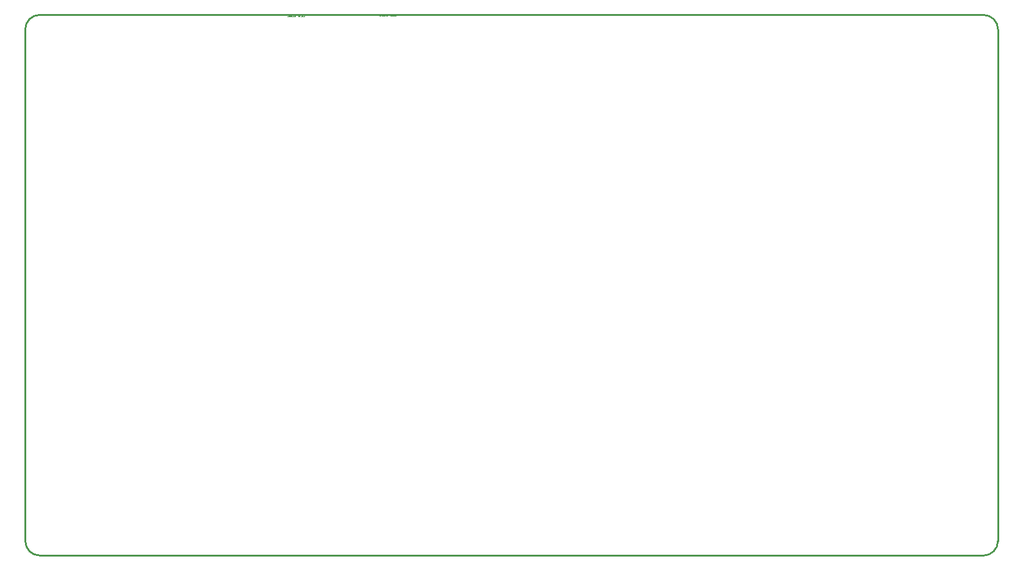
<source format=gm1>
G04*
G04 #@! TF.GenerationSoftware,Altium Limited,Altium Designer,25.2.1 (25)*
G04*
G04 Layer_Color=16711935*
%FSLAX44Y44*%
%MOMM*%
G71*
G04*
G04 #@! TF.SameCoordinates,47AF1686-E751-4D8C-A91A-F2C49F431613*
G04*
G04*
G04 #@! TF.FilePolarity,Positive*
G04*
G01*
G75*
%ADD13C,0.2540*%
%ADD68C,0.1000*%
D13*
X1350000Y730000D02*
G03*
X1330000Y750000I-20000J0D01*
G01*
Y0D02*
G03*
X1350000Y20000I0J20000D01*
G01*
X20000Y750000D02*
G03*
X-0Y730000I0J-20000D01*
G01*
Y20000D02*
G03*
X20000Y0I20000J0D01*
G01*
X1330000D01*
X20000Y750000D02*
X1330000D01*
X1350000Y20000D02*
Y730000D01*
X-0Y20000D02*
Y730000D01*
D68*
X270350Y749500D02*
X362000D01*
X397850Y750500D02*
X489500D01*
X387000Y750500D02*
Y747501D01*
X385500D01*
X385001Y748001D01*
Y749000D01*
X385500Y749500D01*
X387000D01*
X382002Y748001D02*
X382501Y747501D01*
X383501D01*
X384001Y748001D01*
Y750000D01*
X383501Y750500D01*
X382501D01*
X382002Y750000D01*
X381002Y747501D02*
Y750500D01*
X379502D01*
X379002Y750000D01*
Y749500D01*
X379502Y749000D01*
X381002D01*
X379502D01*
X379002Y748501D01*
Y748001D01*
X379502Y747501D01*
X381002D01*
X373004D02*
X375004D01*
Y750500D01*
X373004D01*
X375004Y749000D02*
X374004D01*
X372005Y747501D02*
Y750500D01*
X370505D01*
X370005Y750000D01*
Y748001D01*
X370505Y747501D01*
X372005D01*
X367006Y748001D02*
X367506Y747501D01*
X368506D01*
X369006Y748001D01*
Y750000D01*
X368506Y750500D01*
X367506D01*
X367006Y750000D01*
Y749000D01*
X368006D01*
X364007Y747501D02*
X366007D01*
Y750500D01*
X364007D01*
X366007Y749000D02*
X365007D01*
X514500Y751500D02*
Y748501D01*
X513000D01*
X512500Y749001D01*
Y750001D01*
X513000Y750500D01*
X514500D01*
X509501Y749001D02*
X510001Y748501D01*
X511001D01*
X511501Y749001D01*
Y751000D01*
X511001Y751500D01*
X510001D01*
X509501Y751000D01*
X508502Y748501D02*
Y751500D01*
X507002D01*
X506502Y751000D01*
Y750500D01*
X507002Y750001D01*
X508502D01*
X507002D01*
X506502Y749501D01*
Y749001D01*
X507002Y748501D01*
X508502D01*
X500504D02*
X502504D01*
Y751500D01*
X500504D01*
X502504Y750001D02*
X501504D01*
X499505Y748501D02*
Y751500D01*
X498005D01*
X497505Y751000D01*
Y749001D01*
X498005Y748501D01*
X499505D01*
X494506Y749001D02*
X495006Y748501D01*
X496006D01*
X496506Y749001D01*
Y751000D01*
X496006Y751500D01*
X495006D01*
X494506Y751000D01*
Y750001D01*
X495506D01*
X491507Y748501D02*
X493507D01*
Y751500D01*
X491507D01*
X493507Y750001D02*
X492507D01*
M02*

</source>
